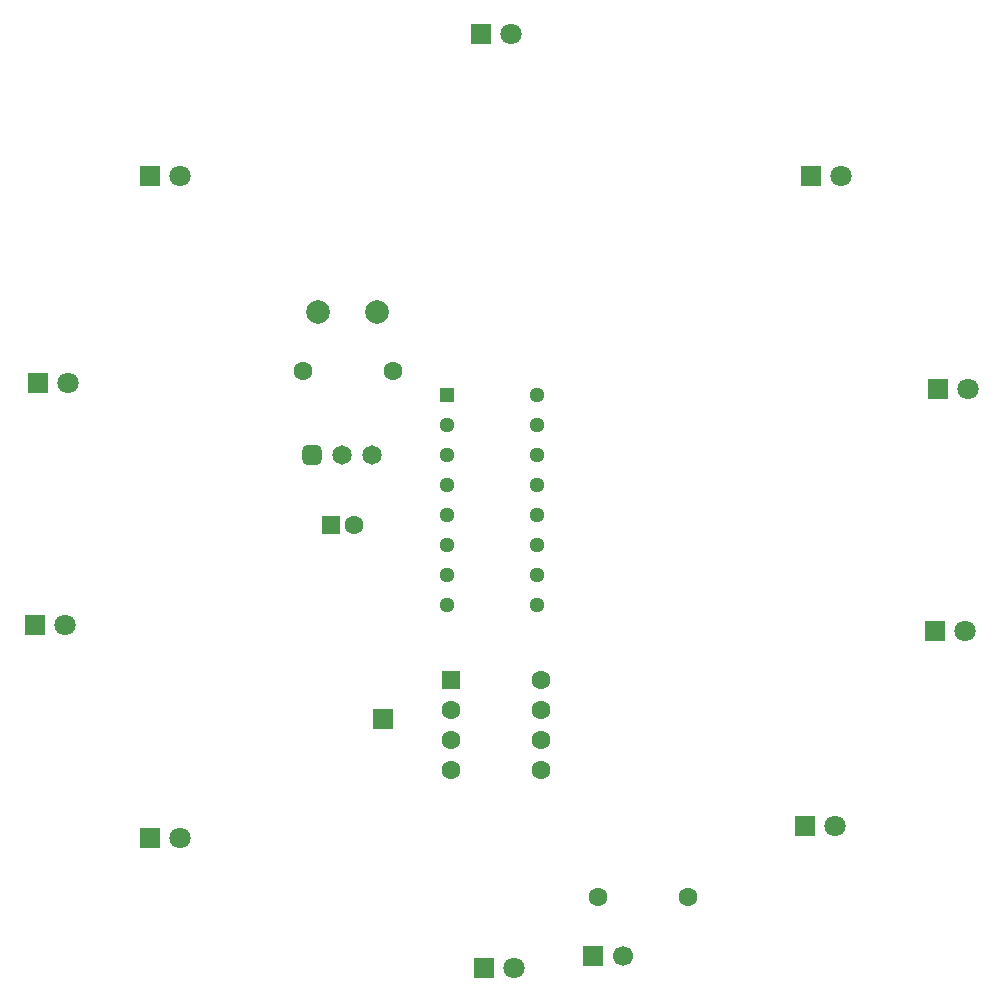
<source format=gbr>
%TF.GenerationSoftware,KiCad,Pcbnew,9.0.7*%
%TF.CreationDate,2026-02-11T00:05:44+01:00*%
%TF.ProjectId,BlinkerLED,426c696e-6b65-4724-9c45-442e6b696361,rev?*%
%TF.SameCoordinates,Original*%
%TF.FileFunction,Soldermask,Top*%
%TF.FilePolarity,Negative*%
%FSLAX46Y46*%
G04 Gerber Fmt 4.6, Leading zero omitted, Abs format (unit mm)*
G04 Created by KiCad (PCBNEW 9.0.7) date 2026-02-11 00:05:44*
%MOMM*%
%LPD*%
G01*
G04 APERTURE LIST*
G04 Aperture macros list*
%AMRoundRect*
0 Rectangle with rounded corners*
0 $1 Rounding radius*
0 $2 $3 $4 $5 $6 $7 $8 $9 X,Y pos of 4 corners*
0 Add a 4 corners polygon primitive as box body*
4,1,4,$2,$3,$4,$5,$6,$7,$8,$9,$2,$3,0*
0 Add four circle primitives for the rounded corners*
1,1,$1+$1,$2,$3*
1,1,$1+$1,$4,$5*
1,1,$1+$1,$6,$7*
1,1,$1+$1,$8,$9*
0 Add four rect primitives between the rounded corners*
20,1,$1+$1,$2,$3,$4,$5,0*
20,1,$1+$1,$4,$5,$6,$7,0*
20,1,$1+$1,$6,$7,$8,$9,0*
20,1,$1+$1,$8,$9,$2,$3,0*%
G04 Aperture macros list end*
%ADD10R,1.800000X1.800000*%
%ADD11C,1.800000*%
%ADD12RoundRect,0.250000X-0.550000X-0.550000X0.550000X-0.550000X0.550000X0.550000X-0.550000X0.550000X0*%
%ADD13C,1.600000*%
%ADD14RoundRect,0.412500X-0.412500X-0.412500X0.412500X-0.412500X0.412500X0.412500X-0.412500X0.412500X0*%
%ADD15C,1.650000*%
%ADD16R,1.700000X1.700000*%
%ADD17R,1.295400X1.295400*%
%ADD18C,1.295400*%
%ADD19C,2.000000*%
%ADD20C,1.700000*%
G04 APERTURE END LIST*
D10*
%TO.C,D6*%
X108000000Y-140500000D03*
D11*
X110540000Y-140500000D03*
%TD*%
D10*
%TO.C,D1*%
X107730000Y-61500000D03*
D11*
X110270000Y-61500000D03*
%TD*%
D12*
%TO.C,U1*%
X105195000Y-116190000D03*
D13*
X105195000Y-118730000D03*
X105195000Y-121270000D03*
X105195000Y-123810000D03*
X112815000Y-123810000D03*
X112815000Y-121270000D03*
X112815000Y-118730000D03*
X112815000Y-116190000D03*
%TD*%
D10*
%TO.C,D7*%
X79730000Y-129500000D03*
D11*
X82270000Y-129500000D03*
%TD*%
D14*
%TO.C,RV1*%
X93460000Y-97112500D03*
D15*
X96000000Y-97112500D03*
X98540000Y-97112500D03*
%TD*%
D12*
%TO.C,C4*%
X95044888Y-103000000D03*
D13*
X97044888Y-103000000D03*
%TD*%
D16*
%TO.C,J2*%
X99500000Y-119500000D03*
%TD*%
D10*
%TO.C,D3*%
X146460000Y-91500000D03*
D11*
X149000000Y-91500000D03*
%TD*%
D17*
%TO.C,U2*%
X104880000Y-92000000D03*
D18*
X104880000Y-94540000D03*
X104880000Y-97080000D03*
X104880000Y-99620000D03*
X104880000Y-102160000D03*
X104880000Y-104700000D03*
X104880000Y-107240000D03*
X104880000Y-109780000D03*
X112500000Y-109780000D03*
X112500000Y-107240000D03*
X112500000Y-104700000D03*
X112500000Y-102160000D03*
X112500000Y-99620000D03*
X112500000Y-97080000D03*
X112500000Y-94540000D03*
X112500000Y-92000000D03*
%TD*%
D19*
%TO.C,C3*%
X94000000Y-85000000D03*
X99000000Y-85000000D03*
%TD*%
D10*
%TO.C,D5*%
X135230000Y-128500000D03*
D11*
X137770000Y-128500000D03*
%TD*%
D10*
%TO.C,D9*%
X70230000Y-91000000D03*
D11*
X72770000Y-91000000D03*
%TD*%
D10*
%TO.C,D10*%
X79730000Y-73500000D03*
D11*
X82270000Y-73500000D03*
%TD*%
D10*
%TO.C,D2*%
X135730000Y-73500000D03*
D11*
X138270000Y-73500000D03*
%TD*%
D13*
%TO.C,R3*%
X92690000Y-90000000D03*
X100310000Y-90000000D03*
%TD*%
D16*
%TO.C,J1*%
X117225000Y-139500000D03*
D20*
X119765000Y-139500000D03*
%TD*%
D13*
%TO.C,R4*%
X117690000Y-134500000D03*
X125310000Y-134500000D03*
%TD*%
D10*
%TO.C,D4*%
X146230000Y-112000000D03*
D11*
X148770000Y-112000000D03*
%TD*%
D10*
%TO.C,D8*%
X69960000Y-111500000D03*
D11*
X72500000Y-111500000D03*
%TD*%
M02*

</source>
